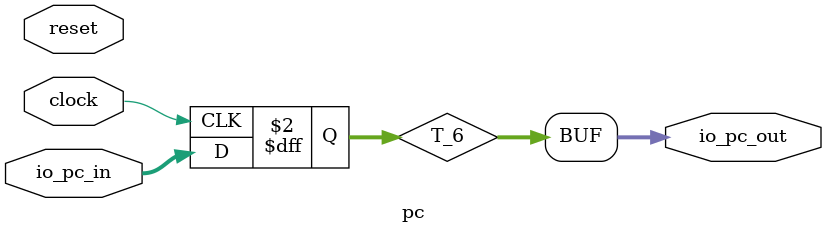
<source format=v>
`ifdef RANDOMIZE_GARBAGE_ASSIGN
`define RANDOMIZE
`endif
`ifdef RANDOMIZE_INVALID_ASSIGN
`define RANDOMIZE
`endif
`ifdef RANDOMIZE_REG_INIT
`define RANDOMIZE
`endif
`ifdef RANDOMIZE_MEM_INIT
`define RANDOMIZE
`endif

module pc(
  input   clock,
  input   reset,
  input  [31:0] io_pc_in,
  output [31:0] io_pc_out
);
  reg [31:0] T_6;
  reg [31:0] GEN_0;
  assign io_pc_out = T_6;
`ifdef RANDOMIZE
  integer initvar;
  initial begin
    `ifndef verilator
      #0.002 begin end
    `endif
  `ifdef RANDOMIZE_REG_INIT
  GEN_0 = {1{$random}};
  T_6 = GEN_0[31:0];
  `endif
  end
`endif
  always @(posedge clock) begin
    T_6 <= io_pc_in;
  end
endmodule

</source>
